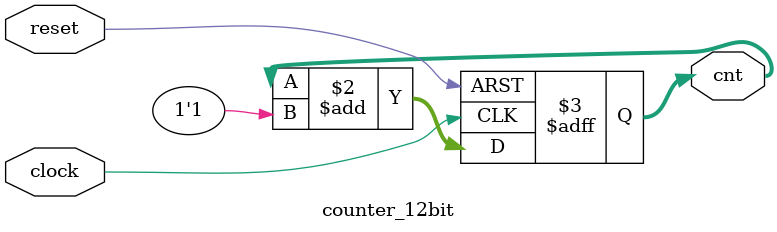
<source format=v>
/* 
Projeto ULA CPLD - Clone da ULA do TK90X/TK95.
Copyright Fábio Belavenuto 2012.
Copyright Victor Trucco 2012.

This documentation describes Open Hardware and is licensed under the CERN OHL v. 1.1.
You may redistribute and modify this documentation under the terms of the
CERN OHL v.1.1. (http://ohwr.org/cernohl). This documentation is distributed
WITHOUT ANY EXPRESS OR IMPLIED WARRANTY, INCLUDING OF MERCHANTABILITY,
SATISFACTORY QUALITY AND FITNESS FOR A PARTICULAR PURPOSE.
Please see the CERN OHL v.1.1 for applicable conditions
*/

module counter_12bit(
	input clock,
	input reset,
	output reg [11:0] cnt
);
 
always@(negedge clock or posedge reset) begin
 if(reset)
  cnt <= 0;
 else
  cnt <= cnt + 1'b1;
end
 
endmodule
</source>
